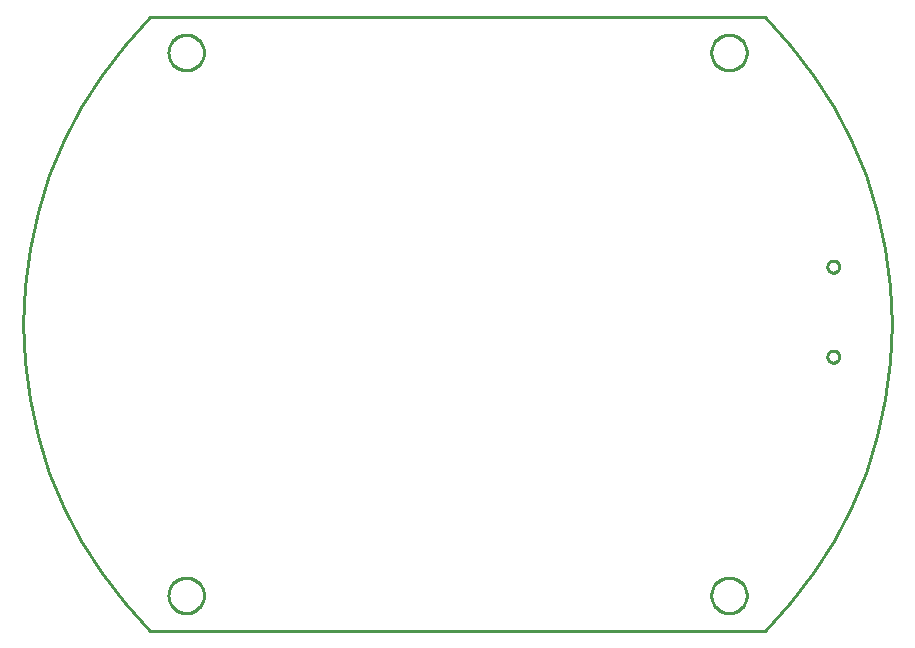
<source format=gbr>
G04 EAGLE Gerber RS-274X export*
G75*
%MOMM*%
%FSLAX34Y34*%
%LPD*%
%IN*%
%IPPOS*%
%AMOC8*
5,1,8,0,0,1.08239X$1,22.5*%
G01*
%ADD10C,0.254000*%


D10*
X260000Y0D02*
X780000Y0D01*
X801671Y23650D01*
X821199Y49099D01*
X838434Y76152D01*
X853245Y104605D01*
X865521Y134241D01*
X875167Y164833D01*
X882109Y196150D01*
X886296Y227953D01*
X887696Y260000D01*
X886296Y292047D01*
X882109Y323850D01*
X875167Y355167D01*
X865521Y385759D01*
X853245Y415395D01*
X838434Y443848D01*
X821199Y470902D01*
X801671Y496350D01*
X780000Y520000D01*
X260000Y520000D01*
X238329Y496350D01*
X218801Y470902D01*
X201566Y443848D01*
X186755Y415395D01*
X174479Y385759D01*
X164833Y355167D01*
X157891Y323850D01*
X153704Y292047D01*
X152304Y260000D01*
X153704Y227953D01*
X157891Y196150D01*
X164833Y164833D01*
X174479Y134241D01*
X186755Y104605D01*
X201566Y76152D01*
X218801Y49099D01*
X238329Y23650D01*
X260000Y0D01*
X305190Y29654D02*
X305190Y30726D01*
X305114Y31794D01*
X304961Y32855D01*
X304733Y33902D01*
X304431Y34930D01*
X304057Y35934D01*
X303612Y36909D01*
X303098Y37849D01*
X302519Y38750D01*
X301877Y39608D01*
X301175Y40418D01*
X300418Y41175D01*
X299608Y41877D01*
X298750Y42519D01*
X297849Y43098D01*
X296909Y43612D01*
X295934Y44057D01*
X294930Y44431D01*
X293902Y44733D01*
X292855Y44961D01*
X291794Y45114D01*
X290726Y45190D01*
X289654Y45190D01*
X288586Y45114D01*
X287525Y44961D01*
X286478Y44733D01*
X285450Y44431D01*
X284446Y44057D01*
X283471Y43612D01*
X282531Y43098D01*
X281630Y42519D01*
X280772Y41877D01*
X279962Y41175D01*
X279205Y40418D01*
X278503Y39608D01*
X277861Y38750D01*
X277282Y37849D01*
X276768Y36909D01*
X276323Y35934D01*
X275949Y34930D01*
X275647Y33902D01*
X275419Y32855D01*
X275266Y31794D01*
X275190Y30726D01*
X275190Y29654D01*
X275266Y28586D01*
X275419Y27525D01*
X275647Y26478D01*
X275949Y25450D01*
X276323Y24446D01*
X276768Y23471D01*
X277282Y22531D01*
X277861Y21630D01*
X278503Y20772D01*
X279205Y19962D01*
X279962Y19205D01*
X280772Y18503D01*
X281630Y17861D01*
X282531Y17282D01*
X283471Y16768D01*
X284446Y16323D01*
X285450Y15949D01*
X286478Y15647D01*
X287525Y15419D01*
X288586Y15266D01*
X289654Y15190D01*
X290726Y15190D01*
X291794Y15266D01*
X292855Y15419D01*
X293902Y15647D01*
X294930Y15949D01*
X295934Y16323D01*
X296909Y16768D01*
X297849Y17282D01*
X298750Y17861D01*
X299608Y18503D01*
X300418Y19205D01*
X301175Y19962D01*
X301877Y20772D01*
X302519Y21630D01*
X303098Y22531D01*
X303612Y23471D01*
X304057Y24446D01*
X304431Y25450D01*
X304733Y26478D01*
X304961Y27525D01*
X305114Y28586D01*
X305190Y29654D01*
X764810Y489274D02*
X764810Y490346D01*
X764734Y491414D01*
X764581Y492475D01*
X764353Y493522D01*
X764051Y494550D01*
X763677Y495554D01*
X763232Y496529D01*
X762718Y497469D01*
X762139Y498370D01*
X761497Y499228D01*
X760795Y500038D01*
X760038Y500795D01*
X759228Y501497D01*
X758370Y502139D01*
X757469Y502718D01*
X756529Y503232D01*
X755554Y503677D01*
X754550Y504051D01*
X753522Y504353D01*
X752475Y504581D01*
X751414Y504734D01*
X750346Y504810D01*
X749274Y504810D01*
X748206Y504734D01*
X747145Y504581D01*
X746098Y504353D01*
X745070Y504051D01*
X744066Y503677D01*
X743091Y503232D01*
X742151Y502718D01*
X741250Y502139D01*
X740392Y501497D01*
X739582Y500795D01*
X738825Y500038D01*
X738123Y499228D01*
X737481Y498370D01*
X736902Y497469D01*
X736388Y496529D01*
X735943Y495554D01*
X735569Y494550D01*
X735267Y493522D01*
X735039Y492475D01*
X734886Y491414D01*
X734810Y490346D01*
X734810Y489274D01*
X734886Y488206D01*
X735039Y487145D01*
X735267Y486098D01*
X735569Y485070D01*
X735943Y484066D01*
X736388Y483091D01*
X736902Y482151D01*
X737481Y481250D01*
X738123Y480392D01*
X738825Y479582D01*
X739582Y478825D01*
X740392Y478123D01*
X741250Y477481D01*
X742151Y476902D01*
X743091Y476388D01*
X744066Y475943D01*
X745070Y475569D01*
X746098Y475267D01*
X747145Y475039D01*
X748206Y474886D01*
X749274Y474810D01*
X750346Y474810D01*
X751414Y474886D01*
X752475Y475039D01*
X753522Y475267D01*
X754550Y475569D01*
X755554Y475943D01*
X756529Y476388D01*
X757469Y476902D01*
X758370Y477481D01*
X759228Y478123D01*
X760038Y478825D01*
X760795Y479582D01*
X761497Y480392D01*
X762139Y481250D01*
X762718Y482151D01*
X763232Y483091D01*
X763677Y484066D01*
X764051Y485070D01*
X764353Y486098D01*
X764581Y487145D01*
X764734Y488206D01*
X764810Y489274D01*
X305190Y489274D02*
X305190Y490346D01*
X305114Y491414D01*
X304961Y492475D01*
X304733Y493522D01*
X304431Y494550D01*
X304057Y495554D01*
X303612Y496529D01*
X303098Y497469D01*
X302519Y498370D01*
X301877Y499228D01*
X301175Y500038D01*
X300418Y500795D01*
X299608Y501497D01*
X298750Y502139D01*
X297849Y502718D01*
X296909Y503232D01*
X295934Y503677D01*
X294930Y504051D01*
X293902Y504353D01*
X292855Y504581D01*
X291794Y504734D01*
X290726Y504810D01*
X289654Y504810D01*
X288586Y504734D01*
X287525Y504581D01*
X286478Y504353D01*
X285450Y504051D01*
X284446Y503677D01*
X283471Y503232D01*
X282531Y502718D01*
X281630Y502139D01*
X280772Y501497D01*
X279962Y500795D01*
X279205Y500038D01*
X278503Y499228D01*
X277861Y498370D01*
X277282Y497469D01*
X276768Y496529D01*
X276323Y495554D01*
X275949Y494550D01*
X275647Y493522D01*
X275419Y492475D01*
X275266Y491414D01*
X275190Y490346D01*
X275190Y489274D01*
X275266Y488206D01*
X275419Y487145D01*
X275647Y486098D01*
X275949Y485070D01*
X276323Y484066D01*
X276768Y483091D01*
X277282Y482151D01*
X277861Y481250D01*
X278503Y480392D01*
X279205Y479582D01*
X279962Y478825D01*
X280772Y478123D01*
X281630Y477481D01*
X282531Y476902D01*
X283471Y476388D01*
X284446Y475943D01*
X285450Y475569D01*
X286478Y475267D01*
X287525Y475039D01*
X288586Y474886D01*
X289654Y474810D01*
X290726Y474810D01*
X291794Y474886D01*
X292855Y475039D01*
X293902Y475267D01*
X294930Y475569D01*
X295934Y475943D01*
X296909Y476388D01*
X297849Y476902D01*
X298750Y477481D01*
X299608Y478123D01*
X300418Y478825D01*
X301175Y479582D01*
X301877Y480392D01*
X302519Y481250D01*
X303098Y482151D01*
X303612Y483091D01*
X304057Y484066D01*
X304431Y485070D01*
X304733Y486098D01*
X304961Y487145D01*
X305114Y488206D01*
X305190Y489274D01*
X764810Y29654D02*
X764810Y30726D01*
X764734Y31794D01*
X764581Y32855D01*
X764353Y33902D01*
X764051Y34930D01*
X763677Y35934D01*
X763232Y36909D01*
X762718Y37849D01*
X762139Y38750D01*
X761497Y39608D01*
X760795Y40418D01*
X760038Y41175D01*
X759228Y41877D01*
X758370Y42519D01*
X757469Y43098D01*
X756529Y43612D01*
X755554Y44057D01*
X754550Y44431D01*
X753522Y44733D01*
X752475Y44961D01*
X751414Y45114D01*
X750346Y45190D01*
X749274Y45190D01*
X748206Y45114D01*
X747145Y44961D01*
X746098Y44733D01*
X745070Y44431D01*
X744066Y44057D01*
X743091Y43612D01*
X742151Y43098D01*
X741250Y42519D01*
X740392Y41877D01*
X739582Y41175D01*
X738825Y40418D01*
X738123Y39608D01*
X737481Y38750D01*
X736902Y37849D01*
X736388Y36909D01*
X735943Y35934D01*
X735569Y34930D01*
X735267Y33902D01*
X735039Y32855D01*
X734886Y31794D01*
X734810Y30726D01*
X734810Y29654D01*
X734886Y28586D01*
X735039Y27525D01*
X735267Y26478D01*
X735569Y25450D01*
X735943Y24446D01*
X736388Y23471D01*
X736902Y22531D01*
X737481Y21630D01*
X738123Y20772D01*
X738825Y19962D01*
X739582Y19205D01*
X740392Y18503D01*
X741250Y17861D01*
X742151Y17282D01*
X743091Y16768D01*
X744066Y16323D01*
X745070Y15949D01*
X746098Y15647D01*
X747145Y15419D01*
X748206Y15266D01*
X749274Y15190D01*
X750346Y15190D01*
X751414Y15266D01*
X752475Y15419D01*
X753522Y15647D01*
X754550Y15949D01*
X755554Y16323D01*
X756529Y16768D01*
X757469Y17282D01*
X758370Y17861D01*
X759228Y18503D01*
X760038Y19205D01*
X760795Y19962D01*
X761497Y20772D01*
X762139Y21630D01*
X762718Y22531D01*
X763232Y23471D01*
X763677Y24446D01*
X764051Y25450D01*
X764353Y26478D01*
X764581Y27525D01*
X764734Y28586D01*
X764810Y29654D01*
X837914Y237510D02*
X837344Y237446D01*
X836786Y237318D01*
X836245Y237129D01*
X835729Y236881D01*
X835244Y236576D01*
X834796Y236219D01*
X834391Y235814D01*
X834034Y235366D01*
X833729Y234881D01*
X833481Y234365D01*
X833292Y233824D01*
X833164Y233266D01*
X833100Y232696D01*
X833100Y232124D01*
X833164Y231554D01*
X833292Y230996D01*
X833481Y230455D01*
X833729Y229939D01*
X834034Y229454D01*
X834391Y229006D01*
X834796Y228601D01*
X835244Y228244D01*
X835729Y227939D01*
X836245Y227691D01*
X836786Y227502D01*
X837344Y227374D01*
X837914Y227310D01*
X838486Y227310D01*
X839056Y227374D01*
X839614Y227502D01*
X840155Y227691D01*
X840671Y227939D01*
X841156Y228244D01*
X841604Y228601D01*
X842009Y229006D01*
X842366Y229454D01*
X842671Y229939D01*
X842919Y230455D01*
X843108Y230996D01*
X843236Y231554D01*
X843300Y232124D01*
X843300Y232696D01*
X843236Y233266D01*
X843108Y233824D01*
X842919Y234365D01*
X842671Y234881D01*
X842366Y235366D01*
X842009Y235814D01*
X841604Y236219D01*
X841156Y236576D01*
X840671Y236881D01*
X840155Y237129D01*
X839614Y237318D01*
X839056Y237446D01*
X838486Y237510D01*
X837914Y237510D01*
X837914Y313710D02*
X837344Y313646D01*
X836786Y313518D01*
X836245Y313329D01*
X835729Y313081D01*
X835244Y312776D01*
X834796Y312419D01*
X834391Y312014D01*
X834034Y311566D01*
X833729Y311081D01*
X833481Y310565D01*
X833292Y310024D01*
X833164Y309466D01*
X833100Y308896D01*
X833100Y308324D01*
X833164Y307754D01*
X833292Y307196D01*
X833481Y306655D01*
X833729Y306139D01*
X834034Y305654D01*
X834391Y305206D01*
X834796Y304801D01*
X835244Y304444D01*
X835729Y304139D01*
X836245Y303891D01*
X836786Y303702D01*
X837344Y303574D01*
X837914Y303510D01*
X838486Y303510D01*
X839056Y303574D01*
X839614Y303702D01*
X840155Y303891D01*
X840671Y304139D01*
X841156Y304444D01*
X841604Y304801D01*
X842009Y305206D01*
X842366Y305654D01*
X842671Y306139D01*
X842919Y306655D01*
X843108Y307196D01*
X843236Y307754D01*
X843300Y308324D01*
X843300Y308896D01*
X843236Y309466D01*
X843108Y310024D01*
X842919Y310565D01*
X842671Y311081D01*
X842366Y311566D01*
X842009Y312014D01*
X841604Y312419D01*
X841156Y312776D01*
X840671Y313081D01*
X840155Y313329D01*
X839614Y313518D01*
X839056Y313646D01*
X838486Y313710D01*
X837914Y313710D01*
M02*

</source>
